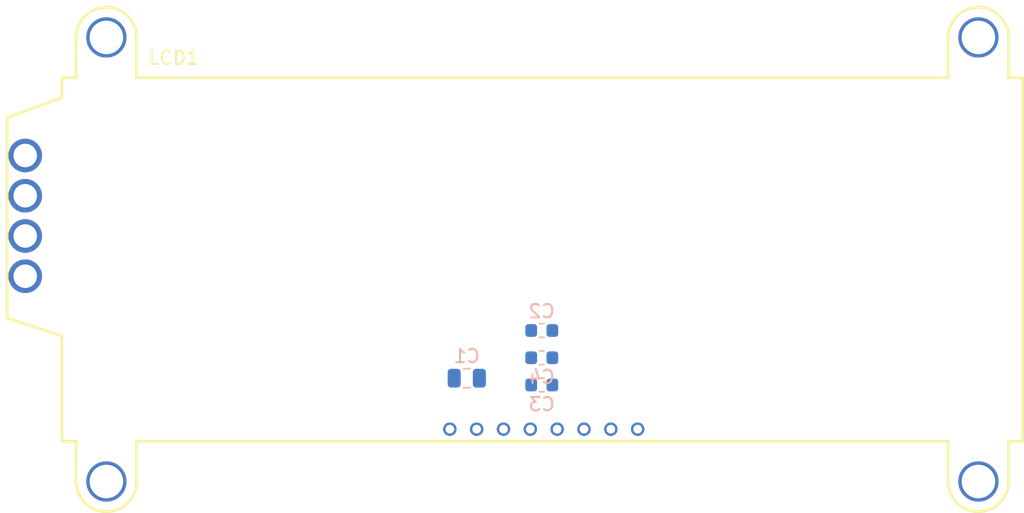
<source format=kicad_pcb>
(kicad_pcb (version 20171130) (host pcbnew "(5.1.0)-1")

  (general
    (thickness 1.6)
    (drawings 0)
    (tracks 0)
    (zones 0)
    (modules 5)
    (nets 13)
  )

  (page A4)
  (layers
    (0 F.Cu signal)
    (31 B.Cu signal)
    (32 B.Adhes user)
    (33 F.Adhes user)
    (34 B.Paste user)
    (35 F.Paste user)
    (36 B.SilkS user)
    (37 F.SilkS user)
    (38 B.Mask user)
    (39 F.Mask user)
    (40 Dwgs.User user)
    (41 Cmts.User user)
    (42 Eco1.User user)
    (43 Eco2.User user)
    (44 Edge.Cuts user)
    (45 Margin user)
    (46 B.CrtYd user)
    (47 F.CrtYd user)
    (48 B.Fab user hide)
    (49 F.Fab user hide)
  )

  (setup
    (last_trace_width 0.25)
    (trace_clearance 0.2)
    (zone_clearance 0.508)
    (zone_45_only no)
    (trace_min 0.2)
    (via_size 0.8)
    (via_drill 0.4)
    (via_min_size 0.4)
    (via_min_drill 0.3)
    (uvia_size 0.3)
    (uvia_drill 0.1)
    (uvias_allowed no)
    (uvia_min_size 0.2)
    (uvia_min_drill 0.1)
    (edge_width 0.05)
    (segment_width 0.2)
    (pcb_text_width 0.3)
    (pcb_text_size 1.5 1.5)
    (mod_edge_width 0.12)
    (mod_text_size 1 1)
    (mod_text_width 0.15)
    (pad_size 1.524 1.524)
    (pad_drill 0.762)
    (pad_to_mask_clearance 0.051)
    (solder_mask_min_width 0.25)
    (aux_axis_origin 0 0)
    (visible_elements FFFFFF7F)
    (pcbplotparams
      (layerselection 0x010fc_ffffffff)
      (usegerberextensions false)
      (usegerberattributes false)
      (usegerberadvancedattributes false)
      (creategerberjobfile false)
      (excludeedgelayer true)
      (linewidth 0.100000)
      (plotframeref false)
      (viasonmask false)
      (mode 1)
      (useauxorigin false)
      (hpglpennumber 1)
      (hpglpenspeed 20)
      (hpglpendiameter 15.000000)
      (psnegative false)
      (psa4output false)
      (plotreference true)
      (plotvalue true)
      (plotinvisibletext false)
      (padsonsilk false)
      (subtractmaskfromsilk false)
      (outputformat 1)
      (mirror false)
      (drillshape 1)
      (scaleselection 1)
      (outputdirectory ""))
  )

  (net 0 "")
  (net 1 "Net-(LCD1-Pad3)")
  (net 2 "Net-(LCD1-Pad2)")
  (net 3 "Net-(LCD1-Pad1)")
  (net 4 "Net-(LCD1-PadA)")
  (net 5 "Net-(LCD1-PadK-B)")
  (net 6 "Net-(LCD1-PadK-G)")
  (net 7 "Net-(LCD1-PadK-R)")
  (net 8 "Net-(C1-Pad2)")
  (net 9 "Net-(C1-Pad1)")
  (net 10 "Net-(C2-Pad2)")
  (net 11 GND)
  (net 12 +3V3)

  (net_class Default "This is the default net class."
    (clearance 0.2)
    (trace_width 0.25)
    (via_dia 0.8)
    (via_drill 0.4)
    (uvia_dia 0.3)
    (uvia_drill 0.1)
    (add_net +3V3)
    (add_net GND)
    (add_net "Net-(C1-Pad1)")
    (add_net "Net-(C1-Pad2)")
    (add_net "Net-(C2-Pad2)")
    (add_net "Net-(LCD1-Pad1)")
    (add_net "Net-(LCD1-Pad2)")
    (add_net "Net-(LCD1-Pad3)")
    (add_net "Net-(LCD1-PadA)")
    (add_net "Net-(LCD1-PadK-B)")
    (add_net "Net-(LCD1-PadK-G)")
    (add_net "Net-(LCD1-PadK-R)")
  )

  (module Capacitor_SMD:C_0603_1608Metric (layer B.Cu) (tedit 5B301BBE) (tstamp 5CBC2F00)
    (at 159.766 106.934)
    (descr "Capacitor SMD 0603 (1608 Metric), square (rectangular) end terminal, IPC_7351 nominal, (Body size source: http://www.tortai-tech.com/upload/download/2011102023233369053.pdf), generated with kicad-footprint-generator")
    (tags capacitor)
    (path /5CBBEF72)
    (attr smd)
    (fp_text reference C4 (at 0 1.43) (layer B.SilkS)
      (effects (font (size 1 1) (thickness 0.15)) (justify mirror))
    )
    (fp_text value .1uF (at 0 -1.43) (layer B.Fab)
      (effects (font (size 1 1) (thickness 0.15)) (justify mirror))
    )
    (fp_text user %R (at 0 0) (layer B.Fab)
      (effects (font (size 0.4 0.4) (thickness 0.06)) (justify mirror))
    )
    (fp_line (start 1.48 -0.73) (end -1.48 -0.73) (layer B.CrtYd) (width 0.05))
    (fp_line (start 1.48 0.73) (end 1.48 -0.73) (layer B.CrtYd) (width 0.05))
    (fp_line (start -1.48 0.73) (end 1.48 0.73) (layer B.CrtYd) (width 0.05))
    (fp_line (start -1.48 -0.73) (end -1.48 0.73) (layer B.CrtYd) (width 0.05))
    (fp_line (start -0.162779 -0.51) (end 0.162779 -0.51) (layer B.SilkS) (width 0.12))
    (fp_line (start -0.162779 0.51) (end 0.162779 0.51) (layer B.SilkS) (width 0.12))
    (fp_line (start 0.8 -0.4) (end -0.8 -0.4) (layer B.Fab) (width 0.1))
    (fp_line (start 0.8 0.4) (end 0.8 -0.4) (layer B.Fab) (width 0.1))
    (fp_line (start -0.8 0.4) (end 0.8 0.4) (layer B.Fab) (width 0.1))
    (fp_line (start -0.8 -0.4) (end -0.8 0.4) (layer B.Fab) (width 0.1))
    (pad 2 smd roundrect (at 0.7875 0) (size 0.875 0.95) (layers B.Cu B.Paste B.Mask) (roundrect_rratio 0.25)
      (net 11 GND))
    (pad 1 smd roundrect (at -0.7875 0) (size 0.875 0.95) (layers B.Cu B.Paste B.Mask) (roundrect_rratio 0.25)
      (net 12 +3V3))
    (model ${KISYS3DMOD}/Capacitor_SMD.3dshapes/C_0603_1608Metric.wrl
      (at (xyz 0 0 0))
      (scale (xyz 1 1 1))
      (rotate (xyz 0 0 0))
    )
  )

  (module Capacitor_SMD:C_0603_1608Metric (layer B.Cu) (tedit 5B301BBE) (tstamp 5CBC298C)
    (at 159.766 108.966)
    (descr "Capacitor SMD 0603 (1608 Metric), square (rectangular) end terminal, IPC_7351 nominal, (Body size source: http://www.tortai-tech.com/upload/download/2011102023233369053.pdf), generated with kicad-footprint-generator")
    (tags capacitor)
    (path /5CBC328B)
    (attr smd)
    (fp_text reference C3 (at 0 1.43) (layer B.SilkS)
      (effects (font (size 1 1) (thickness 0.15)) (justify mirror))
    )
    (fp_text value 1uF (at 0 -1.43) (layer B.Fab)
      (effects (font (size 1 1) (thickness 0.15)) (justify mirror))
    )
    (fp_text user %R (at 0 0) (layer B.Fab)
      (effects (font (size 0.4 0.4) (thickness 0.06)) (justify mirror))
    )
    (fp_line (start 1.48 -0.73) (end -1.48 -0.73) (layer B.CrtYd) (width 0.05))
    (fp_line (start 1.48 0.73) (end 1.48 -0.73) (layer B.CrtYd) (width 0.05))
    (fp_line (start -1.48 0.73) (end 1.48 0.73) (layer B.CrtYd) (width 0.05))
    (fp_line (start -1.48 -0.73) (end -1.48 0.73) (layer B.CrtYd) (width 0.05))
    (fp_line (start -0.162779 -0.51) (end 0.162779 -0.51) (layer B.SilkS) (width 0.12))
    (fp_line (start -0.162779 0.51) (end 0.162779 0.51) (layer B.SilkS) (width 0.12))
    (fp_line (start 0.8 -0.4) (end -0.8 -0.4) (layer B.Fab) (width 0.1))
    (fp_line (start 0.8 0.4) (end 0.8 -0.4) (layer B.Fab) (width 0.1))
    (fp_line (start -0.8 0.4) (end 0.8 0.4) (layer B.Fab) (width 0.1))
    (fp_line (start -0.8 -0.4) (end -0.8 0.4) (layer B.Fab) (width 0.1))
    (pad 2 smd roundrect (at 0.7875 0) (size 0.875 0.95) (layers B.Cu B.Paste B.Mask) (roundrect_rratio 0.25)
      (net 11 GND))
    (pad 1 smd roundrect (at -0.7875 0) (size 0.875 0.95) (layers B.Cu B.Paste B.Mask) (roundrect_rratio 0.25)
      (net 12 +3V3))
    (model ${KISYS3DMOD}/Capacitor_SMD.3dshapes/C_0603_1608Metric.wrl
      (at (xyz 0 0 0))
      (scale (xyz 1 1 1))
      (rotate (xyz 0 0 0))
    )
  )

  (module Capacitor_SMD:C_0603_1608Metric (layer B.Cu) (tedit 5B301BBE) (tstamp 5CBC2ED0)
    (at 159.766 104.902 180)
    (descr "Capacitor SMD 0603 (1608 Metric), square (rectangular) end terminal, IPC_7351 nominal, (Body size source: http://www.tortai-tech.com/upload/download/2011102023233369053.pdf), generated with kicad-footprint-generator")
    (tags capacitor)
    (path /5CBBD8F1)
    (attr smd)
    (fp_text reference C2 (at 0 1.43 180) (layer B.SilkS)
      (effects (font (size 1 1) (thickness 0.15)) (justify mirror))
    )
    (fp_text value 1uF (at 0 -1.43 180) (layer B.Fab)
      (effects (font (size 1 1) (thickness 0.15)) (justify mirror))
    )
    (fp_text user %R (at 0 0 180) (layer B.Fab)
      (effects (font (size 0.4 0.4) (thickness 0.06)) (justify mirror))
    )
    (fp_line (start 1.48 -0.73) (end -1.48 -0.73) (layer B.CrtYd) (width 0.05))
    (fp_line (start 1.48 0.73) (end 1.48 -0.73) (layer B.CrtYd) (width 0.05))
    (fp_line (start -1.48 0.73) (end 1.48 0.73) (layer B.CrtYd) (width 0.05))
    (fp_line (start -1.48 -0.73) (end -1.48 0.73) (layer B.CrtYd) (width 0.05))
    (fp_line (start -0.162779 -0.51) (end 0.162779 -0.51) (layer B.SilkS) (width 0.12))
    (fp_line (start -0.162779 0.51) (end 0.162779 0.51) (layer B.SilkS) (width 0.12))
    (fp_line (start 0.8 -0.4) (end -0.8 -0.4) (layer B.Fab) (width 0.1))
    (fp_line (start 0.8 0.4) (end 0.8 -0.4) (layer B.Fab) (width 0.1))
    (fp_line (start -0.8 0.4) (end 0.8 0.4) (layer B.Fab) (width 0.1))
    (fp_line (start -0.8 -0.4) (end -0.8 0.4) (layer B.Fab) (width 0.1))
    (pad 2 smd roundrect (at 0.7875 0 180) (size 0.875 0.95) (layers B.Cu B.Paste B.Mask) (roundrect_rratio 0.25)
      (net 10 "Net-(C2-Pad2)"))
    (pad 1 smd roundrect (at -0.7875 0 180) (size 0.875 0.95) (layers B.Cu B.Paste B.Mask) (roundrect_rratio 0.25)
      (net 11 GND))
    (model ${KISYS3DMOD}/Capacitor_SMD.3dshapes/C_0603_1608Metric.wrl
      (at (xyz 0 0 0))
      (scale (xyz 1 1 1))
      (rotate (xyz 0 0 0))
    )
  )

  (module Capacitor_SMD:C_0805_2012Metric (layer B.Cu) (tedit 5B36C52B) (tstamp 5CBC2016)
    (at 154.178 108.458 180)
    (descr "Capacitor SMD 0805 (2012 Metric), square (rectangular) end terminal, IPC_7351 nominal, (Body size source: https://docs.google.com/spreadsheets/d/1BsfQQcO9C6DZCsRaXUlFlo91Tg2WpOkGARC1WS5S8t0/edit?usp=sharing), generated with kicad-footprint-generator")
    (tags capacitor)
    (path /5CBBB49A)
    (attr smd)
    (fp_text reference C1 (at 0 1.65 180) (layer B.SilkS)
      (effects (font (size 1 1) (thickness 0.15)) (justify mirror))
    )
    (fp_text value 2.2uF (at 0 -1.65 180) (layer B.Fab)
      (effects (font (size 1 1) (thickness 0.15)) (justify mirror))
    )
    (fp_text user %R (at -0.508 0.508 180) (layer B.Fab)
      (effects (font (size 0.5 0.5) (thickness 0.08)) (justify mirror))
    )
    (fp_line (start 1.68 -0.95) (end -1.68 -0.95) (layer B.CrtYd) (width 0.05))
    (fp_line (start 1.68 0.95) (end 1.68 -0.95) (layer B.CrtYd) (width 0.05))
    (fp_line (start -1.68 0.95) (end 1.68 0.95) (layer B.CrtYd) (width 0.05))
    (fp_line (start -1.68 -0.95) (end -1.68 0.95) (layer B.CrtYd) (width 0.05))
    (fp_line (start -0.258578 -0.71) (end 0.258578 -0.71) (layer B.SilkS) (width 0.12))
    (fp_line (start -0.258578 0.71) (end 0.258578 0.71) (layer B.SilkS) (width 0.12))
    (fp_line (start 1 -0.6) (end -1 -0.6) (layer B.Fab) (width 0.1))
    (fp_line (start 1 0.6) (end 1 -0.6) (layer B.Fab) (width 0.1))
    (fp_line (start -1 0.6) (end 1 0.6) (layer B.Fab) (width 0.1))
    (fp_line (start -1 -0.6) (end -1 0.6) (layer B.Fab) (width 0.1))
    (pad 2 smd roundrect (at 0.9375 0 180) (size 0.975 1.4) (layers B.Cu B.Paste B.Mask) (roundrect_rratio 0.25)
      (net 8 "Net-(C1-Pad2)"))
    (pad 1 smd roundrect (at -0.9375 0 180) (size 0.975 1.4) (layers B.Cu B.Paste B.Mask) (roundrect_rratio 0.25)
      (net 9 "Net-(C1-Pad1)"))
    (model ${KISYS3DMOD}/Capacitor_SMD.3dshapes/C_0805_2012Metric.wrl
      (at (xyz 0 0 0))
      (scale (xyz 1 1 1))
      (rotate (xyz 0 0 0))
    )
  )

  (module "doorbot_lcd_pcblib:NHD-C0220BiZ-FS(RGB)-FBW-3VM" (layer F.Cu) (tedit 5CBBB46B) (tstamp 5CBC2B26)
    (at 119.634 80.518)
    (path /5CBBAA7E)
    (fp_text reference LCD1 (at 12.7 4.064) (layer F.SilkS)
      (effects (font (size 1 1) (thickness 0.15)))
    )
    (fp_text value "NHD-C0220BiZ-FS(RGB)-FBW-3VM" (at 23.876 7.366) (layer F.Fab)
      (effects (font (size 1 1) (thickness 0.15)))
    )
    (fp_line (start 4.38 7.01) (end 4.38 5.539999) (layer F.SilkS) (width 0.2))
    (fp_line (start 0.280001 23.456999) (end 0.280001 8.527) (layer F.SilkS) (width 0.2))
    (fp_line (start 0.280001 8.527) (end 4.38 7.01) (layer F.SilkS) (width 0.2))
    (fp_line (start 4.38 24.81) (end 0.280001 23.456999) (layer F.SilkS) (width 0.2))
    (fp_line (start 9.929999 5.539999) (end 70.43 5.539999) (layer F.SilkS) (width 0.2))
    (fp_line (start 4.38 5.539999) (end 5.429999 5.539999) (layer F.SilkS) (width 0.2))
    (fp_circle (center 35.28 31.739999) (end 35.605 31.739999) (layer Dwgs.User) (width 0.2))
    (fp_circle (center 1.63 14.339999) (end 2.505 14.339999) (layer Dwgs.User) (width 0.2))
    (fp_circle (center 45.28 31.739999) (end 45.605 31.739999) (layer Dwgs.User) (width 0.2))
    (fp_circle (center 7.68 2.539999) (end 8.930001 2.539999) (layer Dwgs.User) (width 0.2))
    (fp_circle (center 72.68 2.54) (end 73.93 2.54) (layer Dwgs.User) (width 0.2))
    (fp_circle (center 72.68 35.639998) (end 73.93 35.639998) (layer Dwgs.User) (width 0.2))
    (fp_circle (center 1.63 17.339999) (end 2.505 17.339999) (layer Dwgs.User) (width 0.2))
    (fp_line (start 70.43 5.539999) (end 70.43 2.539999) (layer F.SilkS) (width 0.2))
    (fp_circle (center 37.28 31.739999) (end 37.605 31.739999) (layer Dwgs.User) (width 0.2))
    (fp_line (start 9.929999 2.539999) (end 9.929999 5.539999) (layer F.SilkS) (width 0.2))
    (fp_line (start 5.429999 5.539999) (end 5.429999 2.539999) (layer F.SilkS) (width 0.2))
    (fp_circle (center 7.68 35.639999) (end 8.930001 35.639999) (layer Dwgs.User) (width 0.2))
    (fp_circle (center 33.28 31.739999) (end 33.605 31.739999) (layer Dwgs.User) (width 0.2))
    (fp_circle (center 1.63 20.339999) (end 2.504999 20.339999) (layer Dwgs.User) (width 0.2))
    (fp_line (start 4.38 32.639999) (end 4.38 24.81) (layer F.SilkS) (width 0.2))
    (fp_line (start 5.43 32.639999) (end 4.38 32.639999) (layer F.SilkS) (width 0.2))
    (fp_line (start 5.429999 35.639999) (end 5.43 32.639999) (layer F.SilkS) (width 0.2))
    (fp_line (start 70.43 35.639998) (end 70.43 32.639999) (layer F.SilkS) (width 0.2))
    (fp_circle (center 1.63 11.34) (end 2.505 11.34) (layer Dwgs.User) (width 0.2))
    (fp_arc (start 7.68 35.639999) (end 5.429999 35.639999) (angle -180) (layer F.SilkS) (width 0.2))
    (fp_circle (center 39.28 31.739999) (end 39.605 31.739999) (layer Dwgs.User) (width 0.2))
    (fp_circle (center 47.28 31.739999) (end 47.605 31.739999) (layer Dwgs.User) (width 0.2))
    (fp_line (start 9.93 32.639999) (end 9.93 35.639999) (layer F.SilkS) (width 0.2))
    (fp_arc (start 72.68 2.54) (end 74.93 2.54) (angle -180) (layer F.SilkS) (width 0.2))
    (fp_circle (center 43.28 31.739999) (end 43.605 31.739999) (layer Dwgs.User) (width 0.2))
    (fp_line (start 70.43 32.639999) (end 9.93 32.639999) (layer F.SilkS) (width 0.2))
    (fp_arc (start 72.68 35.639998) (end 70.43 35.639998) (angle -180) (layer F.SilkS) (width 0.2))
    (fp_line (start 74.93 32.639999) (end 74.93 35.639999) (layer F.SilkS) (width 0.2))
    (fp_line (start 75.98 32.639999) (end 74.93 32.639999) (layer F.SilkS) (width 0.2))
    (fp_line (start 75.98 5.539999) (end 75.98 32.639999) (layer F.SilkS) (width 0.2))
    (fp_circle (center 41.28 31.739999) (end 41.605 31.739999) (layer Dwgs.User) (width 0.2))
    (fp_line (start 74.93 5.539999) (end 75.98 5.539999) (layer F.SilkS) (width 0.2))
    (fp_arc (start 7.679999 2.539999) (end 9.929999 2.539999) (angle -180) (layer F.SilkS) (width 0.2))
    (fp_line (start 74.93 2.54) (end 74.93 5.539999) (layer F.SilkS) (width 0.2))
    (pad "" thru_hole circle (at 72.68 35.639998) (size 3 3) (drill 2.5) (layers *.Cu *.Mask))
    (pad "" thru_hole circle (at 7.68 35.639999) (size 3 3) (drill 2.5) (layers *.Cu *.Mask))
    (pad "" thru_hole circle (at 72.68 2.54) (size 3 3) (drill 2.5) (layers *.Cu *.Mask))
    (pad "" thru_hole circle (at 7.68 2.539999) (size 3 3) (drill 2.5) (layers *.Cu *.Mask))
    (pad 8 thru_hole circle (at 33.28 31.739999) (size 1 1) (drill 0.65) (layers *.Cu *.Mask)
      (net 8 "Net-(C1-Pad2)"))
    (pad 7 thru_hole circle (at 35.28 31.739999) (size 1 1) (drill 0.65) (layers *.Cu *.Mask)
      (net 9 "Net-(C1-Pad1)"))
    (pad 6 thru_hole circle (at 37.28 31.739999) (size 1 1) (drill 0.65) (layers *.Cu *.Mask)
      (net 10 "Net-(C2-Pad2)"))
    (pad 5 thru_hole circle (at 39.28 31.739999) (size 1 1) (drill 0.65) (layers *.Cu *.Mask)
      (net 12 +3V3))
    (pad 4 thru_hole circle (at 41.28 31.739999) (size 1 1) (drill 0.65) (layers *.Cu *.Mask)
      (net 11 GND))
    (pad 3 thru_hole circle (at 43.28 31.739999) (size 1 1) (drill 0.65) (layers *.Cu *.Mask)
      (net 1 "Net-(LCD1-Pad3)"))
    (pad 2 thru_hole circle (at 45.28 31.739999) (size 1 1) (drill 0.65) (layers *.Cu *.Mask)
      (net 2 "Net-(LCD1-Pad2)"))
    (pad 1 thru_hole circle (at 47.28 31.739999) (size 1 1) (drill 0.65) (layers *.Cu *.Mask)
      (net 3 "Net-(LCD1-Pad1)"))
    (pad A thru_hole circle (at 1.63 20.339999) (size 2.5 2.5) (drill 1.75) (layers *.Cu *.Mask)
      (net 4 "Net-(LCD1-PadA)"))
    (pad K-B thru_hole circle (at 1.63 17.339999) (size 2.5 2.5) (drill 1.75) (layers *.Cu *.Mask)
      (net 5 "Net-(LCD1-PadK-B)"))
    (pad K-G thru_hole circle (at 1.63 14.339999) (size 2.5 2.5) (drill 1.75) (layers *.Cu *.Mask)
      (net 6 "Net-(LCD1-PadK-G)"))
    (pad K-R thru_hole circle (at 1.63 11.34) (size 2.5 2.5) (drill 1.75) (layers *.Cu *.Mask)
      (net 7 "Net-(LCD1-PadK-R)"))
  )

)

</source>
